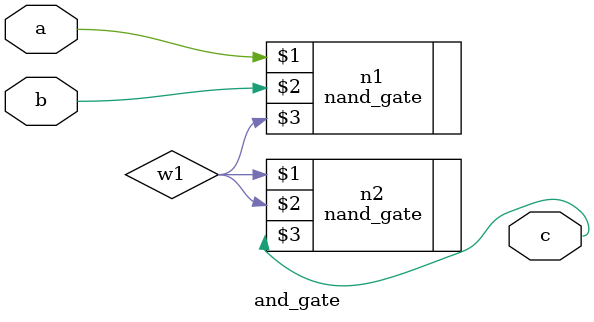
<source format=v>
`include "nand_gate.v"

module and_gate(a,b,c);
input a,b;
output c;
wire w1;
nand_gate n1 (a, b, w1);
nand_gate n2 (w1, w1, c);
endmodule
</source>
